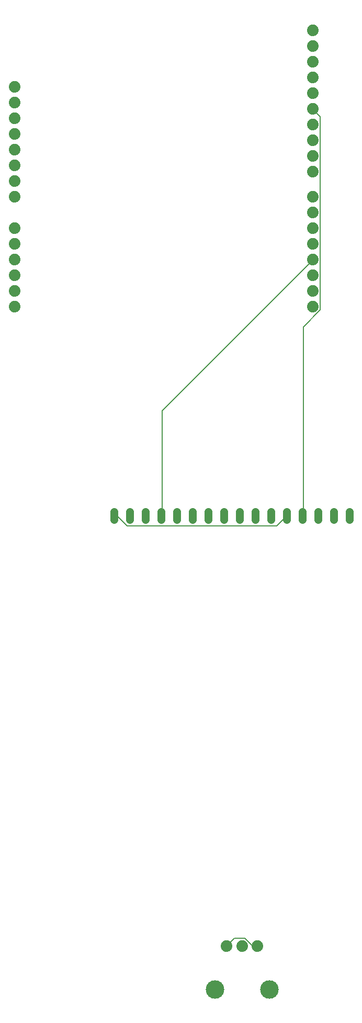
<source format=gbr>
G04 EAGLE Gerber RS-274X export*
G75*
%MOMM*%
%FSLAX34Y34*%
%LPD*%
%INBottom Copper*%
%IPPOS*%
%AMOC8*
5,1,8,0,0,1.08239X$1,22.5*%
G01*
%ADD10C,1.879600*%
%ADD11C,1.308000*%
%ADD12C,3.000000*%
%ADD13C,0.152400*%


D10*
X-215900Y482600D03*
X-215900Y457200D03*
X-215900Y431800D03*
X-215900Y406400D03*
X-215900Y381000D03*
X-215900Y355600D03*
X-215900Y304800D03*
X-215900Y279400D03*
X-215900Y254000D03*
X-215900Y228600D03*
X-215900Y203200D03*
X-215900Y177800D03*
X266700Y177800D03*
X266700Y203200D03*
X266700Y228600D03*
X266700Y254000D03*
X266700Y279400D03*
X266700Y304800D03*
X266700Y330200D03*
X266700Y355600D03*
X266700Y396240D03*
X266700Y421640D03*
X266700Y447040D03*
X266700Y472440D03*
X266700Y497840D03*
X266700Y523240D03*
X266700Y548640D03*
X266700Y574040D03*
X266700Y599440D03*
X266700Y624840D03*
X-215900Y508000D03*
X-215900Y533400D03*
D11*
X326400Y-154160D02*
X326400Y-167240D01*
X301000Y-167240D02*
X301000Y-154160D01*
X275600Y-154160D02*
X275600Y-167240D01*
X250200Y-167240D02*
X250200Y-154160D01*
X224800Y-154160D02*
X224800Y-167240D01*
X199400Y-167240D02*
X199400Y-154160D01*
X174000Y-154160D02*
X174000Y-167240D01*
X148600Y-167240D02*
X148600Y-154160D01*
X123200Y-154160D02*
X123200Y-167240D01*
X97800Y-167240D02*
X97800Y-154160D01*
X72400Y-154160D02*
X72400Y-167240D01*
X47000Y-167240D02*
X47000Y-154160D01*
X21600Y-154160D02*
X21600Y-167240D01*
X-3800Y-167240D02*
X-3800Y-154160D01*
X-29200Y-154160D02*
X-29200Y-167240D01*
X-54600Y-167240D02*
X-54600Y-154160D01*
D10*
X177400Y-857100D03*
X152400Y-857100D03*
X127400Y-857100D03*
D12*
X196400Y-927100D03*
X108400Y-927100D03*
D13*
X22860Y-160020D02*
X22860Y9144D01*
X266700Y252984D01*
X22860Y-160020D02*
X21600Y-160700D01*
X266700Y252984D02*
X266700Y254000D01*
X251460Y144780D02*
X251460Y-160020D01*
X251460Y144780D02*
X278892Y172212D01*
X278892Y484632D01*
X266700Y496824D01*
X251460Y-160020D02*
X250200Y-160700D01*
X266700Y496824D02*
X266700Y497840D01*
X176784Y-856488D02*
X169164Y-856488D01*
X156972Y-844296D01*
X140208Y-844296D01*
X128016Y-856488D01*
X176784Y-856488D02*
X177400Y-857100D01*
X128016Y-856488D02*
X127400Y-857100D01*
X-48768Y-161544D02*
X-53340Y-161544D01*
X-48768Y-161544D02*
X-33528Y-176784D01*
X208788Y-176784D01*
X224028Y-161544D01*
X-53340Y-161544D02*
X-54600Y-160700D01*
X224028Y-161544D02*
X224800Y-160700D01*
M02*

</source>
